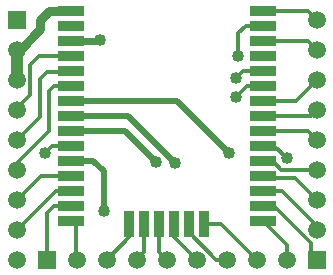
<source format=gbr>
G04 DipTrace 3.1.0.1*
G04 Top.gbr*
%MOIN*%
G04 #@! TF.FileFunction,Copper,L1,Top*
G04 #@! TF.Part,Single*
G04 #@! TA.AperFunction,Conductor*
%ADD13C,0.012992*%
%ADD14C,0.019685*%
%ADD15C,0.031496*%
%ADD16C,0.03937*%
%ADD17C,0.023622*%
%ADD19R,0.032X0.09*%
%ADD20R,0.09X0.032*%
G04 #@! TA.AperFunction,ComponentPad*
%ADD24R,0.059055X0.059055*%
%ADD25C,0.059055*%
G04 #@! TA.AperFunction,ViaPad*
%ADD32C,0.04*%
%FSLAX26Y26*%
G04*
G70*
G90*
G75*
G01*
G04 Top*
%LPD*%
X1265882Y1277929D2*
D13*
X1415772D1*
X1444882Y1248819D1*
X1265882Y1227929D2*
X1207457D1*
X1182677Y1203150D1*
Y1127165D1*
X1183465Y1126378D1*
X1069882Y566929D2*
X1126772D1*
X1244882Y448819D1*
X1265882Y977929D2*
X1373992D1*
X1444882Y1048819D1*
X1265882Y927929D2*
X1423992D1*
X1444882Y948819D1*
X1265882Y877929D2*
X1415772D1*
X1444882Y848819D1*
X623882Y927929D2*
D14*
X815772D1*
X972047Y771654D1*
X1444882Y748819D2*
D13*
X1327165D1*
X1298055Y777929D1*
X1265882D1*
Y727929D2*
Y720472D1*
X1373228D1*
X1444882Y648819D1*
X1265882Y1177929D2*
X1415772D1*
X1444882Y1148819D1*
X444882Y848819D2*
Y847244D1*
X521260Y923622D1*
Y1050394D1*
X546063Y1075197D1*
X621150D1*
X623882Y1077929D1*
X969882Y566929D2*
Y523819D1*
X1044882Y448819D1*
X1265882Y677929D2*
X1328764D1*
X1457874Y548819D1*
X1444882D1*
X623882Y1277929D2*
D15*
X553520D1*
X522441Y1246850D1*
Y1216929D1*
X454331Y1148819D1*
X444882D1*
Y1048819D2*
D16*
Y1148819D1*
Y948819D2*
D13*
Y953150D1*
X489370Y997638D1*
Y1097638D1*
X519661Y1127929D1*
X623882D1*
Y1177929D2*
D17*
X721236D1*
X722441Y1179134D1*
X444882Y748819D2*
D13*
Y769685D1*
X551969Y876772D1*
Y1011811D1*
X568504Y1028346D1*
X623465D1*
X623882Y1027929D1*
Y977929D2*
D14*
X980339D1*
X1153543Y804724D1*
X623882Y877929D2*
X805142D1*
X909843Y773228D1*
X623882Y777929D2*
X699630D1*
X734646Y742913D1*
Y611811D1*
X1144882Y448819D2*
D13*
X1108661D1*
X1017323Y540157D1*
Y566929D1*
X1019882D1*
X919882D2*
Y473819D1*
X944882Y448819D1*
X869882Y566929D2*
Y473819D1*
X844882Y448819D1*
X819882Y566929D2*
Y523819D1*
X744882Y448819D1*
X623882Y577929D2*
X640945D1*
Y452756D1*
X644882Y448819D1*
X1265882Y1077929D2*
X1197220D1*
X1174016Y1054724D1*
X1265882Y1027929D2*
X1211787D1*
X1175984Y992126D1*
X1265882Y627929D2*
Y631102D1*
X1298031D1*
X1424803Y504331D1*
Y448819D1*
X1444882D1*
X1344882D2*
Y498929D1*
X1265882Y577929D1*
X623882Y827929D2*
X561787D1*
X537795Y803937D1*
X1265882Y827929D2*
X1302780D1*
X1344882Y785827D1*
X544882Y448819D2*
Y605512D1*
X567299Y627929D1*
X623882D1*
Y677929D2*
X573992D1*
X444882Y548819D1*
X623882Y727929D2*
X523992D1*
X444882Y648819D1*
D32*
X722441Y1179134D3*
X1175984Y992126D3*
X1174016Y1054724D3*
X1183465Y1126378D3*
X537795Y803937D3*
X1344882Y785827D3*
X734646Y611811D3*
X909843Y773228D3*
X972047Y771654D3*
X1153543Y804724D3*
D19*
X969882Y566929D3*
X919882D3*
X1019882D3*
X1069882D3*
X869882D3*
X819882D3*
D20*
X1265882Y577929D3*
X623882D3*
X1265882Y627929D3*
X623882D3*
X1265882Y677929D3*
Y727929D3*
Y777929D3*
Y827929D3*
Y877929D3*
X623882Y677929D3*
Y727929D3*
Y777929D3*
Y827929D3*
Y877929D3*
Y927929D3*
X1265882D3*
Y977929D3*
Y1027929D3*
Y1077929D3*
Y1127929D3*
Y1177929D3*
Y1227929D3*
Y1277929D3*
X623882Y977929D3*
Y1027929D3*
Y1077929D3*
Y1127929D3*
Y1177929D3*
Y1227929D3*
Y1277929D3*
D24*
X1444882Y448819D3*
D25*
Y548819D3*
Y648819D3*
Y748819D3*
Y848819D3*
Y948819D3*
Y1048819D3*
Y1148819D3*
Y1248819D3*
D24*
X444882D3*
D25*
Y1148819D3*
Y1048819D3*
Y948819D3*
Y848819D3*
Y748819D3*
Y648819D3*
Y548819D3*
Y448819D3*
D24*
X544882D3*
D25*
X644882D3*
X744882D3*
X844882D3*
X944882D3*
X1044882D3*
X1144882D3*
X1244882D3*
X1344882D3*
M02*

</source>
